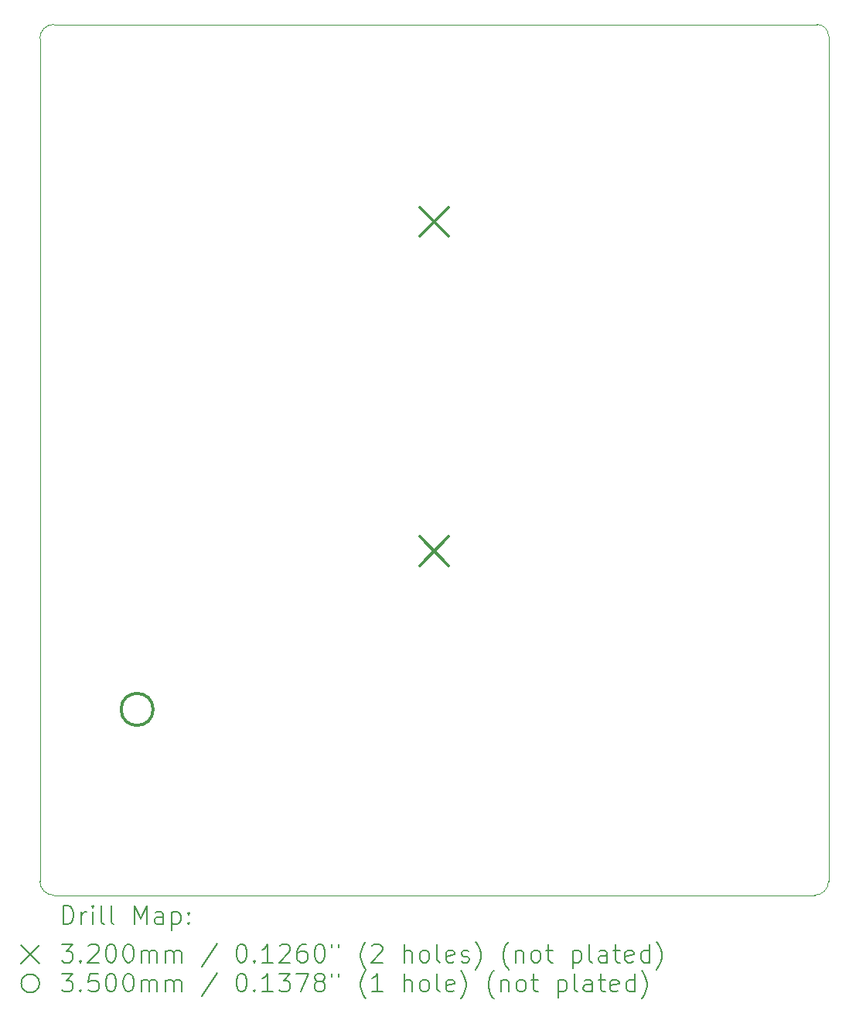
<source format=gbr>
%TF.GenerationSoftware,KiCad,Pcbnew,7.0.9-7.0.9~ubuntu20.04.1*%
%TF.CreationDate,2023-12-22T19:52:33+01:00*%
%TF.ProjectId,kicad-trans_pwr,6b696361-642d-4747-9261-6e735f707772,1.0*%
%TF.SameCoordinates,Original*%
%TF.FileFunction,Drillmap*%
%TF.FilePolarity,Positive*%
%FSLAX45Y45*%
G04 Gerber Fmt 4.5, Leading zero omitted, Abs format (unit mm)*
G04 Created by KiCad (PCBNEW 7.0.9-7.0.9~ubuntu20.04.1) date 2023-12-22 19:52:33*
%MOMM*%
%LPD*%
G01*
G04 APERTURE LIST*
%ADD10C,0.100000*%
%ADD11C,0.200000*%
%ADD12C,0.320000*%
%ADD13C,0.350000*%
G04 APERTURE END LIST*
D10*
X15748000Y-3048000D02*
X15748000Y-12293600D01*
X7264400Y-2921000D02*
X15621000Y-2921000D01*
X7112000Y-12293600D02*
X7112000Y-3073400D01*
X7264400Y-2921000D02*
G75*
G03*
X7112000Y-3073400I0J-152400D01*
G01*
X15595600Y-12446000D02*
G75*
G03*
X15748000Y-12293600I0J152400D01*
G01*
X15595600Y-12446000D02*
X7264400Y-12446000D01*
X15748000Y-3048000D02*
G75*
G03*
X15621000Y-2921000I-127000J0D01*
G01*
X7112000Y-12293600D02*
G75*
G03*
X7264400Y-12446000I152400J0D01*
G01*
D11*
D12*
X11270000Y-4920000D02*
X11590000Y-5240000D01*
X11590000Y-4920000D02*
X11270000Y-5240000D01*
X11270000Y-8520000D02*
X11590000Y-8840000D01*
X11590000Y-8520000D02*
X11270000Y-8840000D01*
D13*
X8351500Y-10414000D02*
G75*
G03*
X8351500Y-10414000I-175000J0D01*
G01*
D11*
X7367777Y-12762484D02*
X7367777Y-12562484D01*
X7367777Y-12562484D02*
X7415396Y-12562484D01*
X7415396Y-12562484D02*
X7443967Y-12572008D01*
X7443967Y-12572008D02*
X7463015Y-12591055D01*
X7463015Y-12591055D02*
X7472539Y-12610103D01*
X7472539Y-12610103D02*
X7482062Y-12648198D01*
X7482062Y-12648198D02*
X7482062Y-12676769D01*
X7482062Y-12676769D02*
X7472539Y-12714865D01*
X7472539Y-12714865D02*
X7463015Y-12733912D01*
X7463015Y-12733912D02*
X7443967Y-12752960D01*
X7443967Y-12752960D02*
X7415396Y-12762484D01*
X7415396Y-12762484D02*
X7367777Y-12762484D01*
X7567777Y-12762484D02*
X7567777Y-12629150D01*
X7567777Y-12667246D02*
X7577301Y-12648198D01*
X7577301Y-12648198D02*
X7586824Y-12638674D01*
X7586824Y-12638674D02*
X7605872Y-12629150D01*
X7605872Y-12629150D02*
X7624920Y-12629150D01*
X7691586Y-12762484D02*
X7691586Y-12629150D01*
X7691586Y-12562484D02*
X7682062Y-12572008D01*
X7682062Y-12572008D02*
X7691586Y-12581531D01*
X7691586Y-12581531D02*
X7701110Y-12572008D01*
X7701110Y-12572008D02*
X7691586Y-12562484D01*
X7691586Y-12562484D02*
X7691586Y-12581531D01*
X7815396Y-12762484D02*
X7796348Y-12752960D01*
X7796348Y-12752960D02*
X7786824Y-12733912D01*
X7786824Y-12733912D02*
X7786824Y-12562484D01*
X7920158Y-12762484D02*
X7901110Y-12752960D01*
X7901110Y-12752960D02*
X7891586Y-12733912D01*
X7891586Y-12733912D02*
X7891586Y-12562484D01*
X8148729Y-12762484D02*
X8148729Y-12562484D01*
X8148729Y-12562484D02*
X8215396Y-12705341D01*
X8215396Y-12705341D02*
X8282062Y-12562484D01*
X8282062Y-12562484D02*
X8282062Y-12762484D01*
X8463015Y-12762484D02*
X8463015Y-12657722D01*
X8463015Y-12657722D02*
X8453491Y-12638674D01*
X8453491Y-12638674D02*
X8434444Y-12629150D01*
X8434444Y-12629150D02*
X8396348Y-12629150D01*
X8396348Y-12629150D02*
X8377301Y-12638674D01*
X8463015Y-12752960D02*
X8443967Y-12762484D01*
X8443967Y-12762484D02*
X8396348Y-12762484D01*
X8396348Y-12762484D02*
X8377301Y-12752960D01*
X8377301Y-12752960D02*
X8367777Y-12733912D01*
X8367777Y-12733912D02*
X8367777Y-12714865D01*
X8367777Y-12714865D02*
X8377301Y-12695817D01*
X8377301Y-12695817D02*
X8396348Y-12686293D01*
X8396348Y-12686293D02*
X8443967Y-12686293D01*
X8443967Y-12686293D02*
X8463015Y-12676769D01*
X8558253Y-12629150D02*
X8558253Y-12829150D01*
X8558253Y-12638674D02*
X8577301Y-12629150D01*
X8577301Y-12629150D02*
X8615396Y-12629150D01*
X8615396Y-12629150D02*
X8634444Y-12638674D01*
X8634444Y-12638674D02*
X8643967Y-12648198D01*
X8643967Y-12648198D02*
X8653491Y-12667246D01*
X8653491Y-12667246D02*
X8653491Y-12724388D01*
X8653491Y-12724388D02*
X8643967Y-12743436D01*
X8643967Y-12743436D02*
X8634444Y-12752960D01*
X8634444Y-12752960D02*
X8615396Y-12762484D01*
X8615396Y-12762484D02*
X8577301Y-12762484D01*
X8577301Y-12762484D02*
X8558253Y-12752960D01*
X8739205Y-12743436D02*
X8748729Y-12752960D01*
X8748729Y-12752960D02*
X8739205Y-12762484D01*
X8739205Y-12762484D02*
X8729682Y-12752960D01*
X8729682Y-12752960D02*
X8739205Y-12743436D01*
X8739205Y-12743436D02*
X8739205Y-12762484D01*
X8739205Y-12638674D02*
X8748729Y-12648198D01*
X8748729Y-12648198D02*
X8739205Y-12657722D01*
X8739205Y-12657722D02*
X8729682Y-12648198D01*
X8729682Y-12648198D02*
X8739205Y-12638674D01*
X8739205Y-12638674D02*
X8739205Y-12657722D01*
X6907000Y-12991000D02*
X7107000Y-13191000D01*
X7107000Y-12991000D02*
X6907000Y-13191000D01*
X7348729Y-12982484D02*
X7472539Y-12982484D01*
X7472539Y-12982484D02*
X7405872Y-13058674D01*
X7405872Y-13058674D02*
X7434443Y-13058674D01*
X7434443Y-13058674D02*
X7453491Y-13068198D01*
X7453491Y-13068198D02*
X7463015Y-13077722D01*
X7463015Y-13077722D02*
X7472539Y-13096769D01*
X7472539Y-13096769D02*
X7472539Y-13144388D01*
X7472539Y-13144388D02*
X7463015Y-13163436D01*
X7463015Y-13163436D02*
X7453491Y-13172960D01*
X7453491Y-13172960D02*
X7434443Y-13182484D01*
X7434443Y-13182484D02*
X7377301Y-13182484D01*
X7377301Y-13182484D02*
X7358253Y-13172960D01*
X7358253Y-13172960D02*
X7348729Y-13163436D01*
X7558253Y-13163436D02*
X7567777Y-13172960D01*
X7567777Y-13172960D02*
X7558253Y-13182484D01*
X7558253Y-13182484D02*
X7548729Y-13172960D01*
X7548729Y-13172960D02*
X7558253Y-13163436D01*
X7558253Y-13163436D02*
X7558253Y-13182484D01*
X7643967Y-13001531D02*
X7653491Y-12992008D01*
X7653491Y-12992008D02*
X7672539Y-12982484D01*
X7672539Y-12982484D02*
X7720158Y-12982484D01*
X7720158Y-12982484D02*
X7739205Y-12992008D01*
X7739205Y-12992008D02*
X7748729Y-13001531D01*
X7748729Y-13001531D02*
X7758253Y-13020579D01*
X7758253Y-13020579D02*
X7758253Y-13039627D01*
X7758253Y-13039627D02*
X7748729Y-13068198D01*
X7748729Y-13068198D02*
X7634443Y-13182484D01*
X7634443Y-13182484D02*
X7758253Y-13182484D01*
X7882062Y-12982484D02*
X7901110Y-12982484D01*
X7901110Y-12982484D02*
X7920158Y-12992008D01*
X7920158Y-12992008D02*
X7929682Y-13001531D01*
X7929682Y-13001531D02*
X7939205Y-13020579D01*
X7939205Y-13020579D02*
X7948729Y-13058674D01*
X7948729Y-13058674D02*
X7948729Y-13106293D01*
X7948729Y-13106293D02*
X7939205Y-13144388D01*
X7939205Y-13144388D02*
X7929682Y-13163436D01*
X7929682Y-13163436D02*
X7920158Y-13172960D01*
X7920158Y-13172960D02*
X7901110Y-13182484D01*
X7901110Y-13182484D02*
X7882062Y-13182484D01*
X7882062Y-13182484D02*
X7863015Y-13172960D01*
X7863015Y-13172960D02*
X7853491Y-13163436D01*
X7853491Y-13163436D02*
X7843967Y-13144388D01*
X7843967Y-13144388D02*
X7834443Y-13106293D01*
X7834443Y-13106293D02*
X7834443Y-13058674D01*
X7834443Y-13058674D02*
X7843967Y-13020579D01*
X7843967Y-13020579D02*
X7853491Y-13001531D01*
X7853491Y-13001531D02*
X7863015Y-12992008D01*
X7863015Y-12992008D02*
X7882062Y-12982484D01*
X8072539Y-12982484D02*
X8091586Y-12982484D01*
X8091586Y-12982484D02*
X8110634Y-12992008D01*
X8110634Y-12992008D02*
X8120158Y-13001531D01*
X8120158Y-13001531D02*
X8129682Y-13020579D01*
X8129682Y-13020579D02*
X8139205Y-13058674D01*
X8139205Y-13058674D02*
X8139205Y-13106293D01*
X8139205Y-13106293D02*
X8129682Y-13144388D01*
X8129682Y-13144388D02*
X8120158Y-13163436D01*
X8120158Y-13163436D02*
X8110634Y-13172960D01*
X8110634Y-13172960D02*
X8091586Y-13182484D01*
X8091586Y-13182484D02*
X8072539Y-13182484D01*
X8072539Y-13182484D02*
X8053491Y-13172960D01*
X8053491Y-13172960D02*
X8043967Y-13163436D01*
X8043967Y-13163436D02*
X8034443Y-13144388D01*
X8034443Y-13144388D02*
X8024920Y-13106293D01*
X8024920Y-13106293D02*
X8024920Y-13058674D01*
X8024920Y-13058674D02*
X8034443Y-13020579D01*
X8034443Y-13020579D02*
X8043967Y-13001531D01*
X8043967Y-13001531D02*
X8053491Y-12992008D01*
X8053491Y-12992008D02*
X8072539Y-12982484D01*
X8224920Y-13182484D02*
X8224920Y-13049150D01*
X8224920Y-13068198D02*
X8234443Y-13058674D01*
X8234443Y-13058674D02*
X8253491Y-13049150D01*
X8253491Y-13049150D02*
X8282063Y-13049150D01*
X8282063Y-13049150D02*
X8301110Y-13058674D01*
X8301110Y-13058674D02*
X8310634Y-13077722D01*
X8310634Y-13077722D02*
X8310634Y-13182484D01*
X8310634Y-13077722D02*
X8320158Y-13058674D01*
X8320158Y-13058674D02*
X8339205Y-13049150D01*
X8339205Y-13049150D02*
X8367777Y-13049150D01*
X8367777Y-13049150D02*
X8386824Y-13058674D01*
X8386824Y-13058674D02*
X8396348Y-13077722D01*
X8396348Y-13077722D02*
X8396348Y-13182484D01*
X8491586Y-13182484D02*
X8491586Y-13049150D01*
X8491586Y-13068198D02*
X8501110Y-13058674D01*
X8501110Y-13058674D02*
X8520158Y-13049150D01*
X8520158Y-13049150D02*
X8548729Y-13049150D01*
X8548729Y-13049150D02*
X8567777Y-13058674D01*
X8567777Y-13058674D02*
X8577301Y-13077722D01*
X8577301Y-13077722D02*
X8577301Y-13182484D01*
X8577301Y-13077722D02*
X8586825Y-13058674D01*
X8586825Y-13058674D02*
X8605872Y-13049150D01*
X8605872Y-13049150D02*
X8634444Y-13049150D01*
X8634444Y-13049150D02*
X8653491Y-13058674D01*
X8653491Y-13058674D02*
X8663015Y-13077722D01*
X8663015Y-13077722D02*
X8663015Y-13182484D01*
X9053491Y-12972960D02*
X8882063Y-13230103D01*
X9310634Y-12982484D02*
X9329682Y-12982484D01*
X9329682Y-12982484D02*
X9348729Y-12992008D01*
X9348729Y-12992008D02*
X9358253Y-13001531D01*
X9358253Y-13001531D02*
X9367777Y-13020579D01*
X9367777Y-13020579D02*
X9377301Y-13058674D01*
X9377301Y-13058674D02*
X9377301Y-13106293D01*
X9377301Y-13106293D02*
X9367777Y-13144388D01*
X9367777Y-13144388D02*
X9358253Y-13163436D01*
X9358253Y-13163436D02*
X9348729Y-13172960D01*
X9348729Y-13172960D02*
X9329682Y-13182484D01*
X9329682Y-13182484D02*
X9310634Y-13182484D01*
X9310634Y-13182484D02*
X9291587Y-13172960D01*
X9291587Y-13172960D02*
X9282063Y-13163436D01*
X9282063Y-13163436D02*
X9272539Y-13144388D01*
X9272539Y-13144388D02*
X9263015Y-13106293D01*
X9263015Y-13106293D02*
X9263015Y-13058674D01*
X9263015Y-13058674D02*
X9272539Y-13020579D01*
X9272539Y-13020579D02*
X9282063Y-13001531D01*
X9282063Y-13001531D02*
X9291587Y-12992008D01*
X9291587Y-12992008D02*
X9310634Y-12982484D01*
X9463015Y-13163436D02*
X9472539Y-13172960D01*
X9472539Y-13172960D02*
X9463015Y-13182484D01*
X9463015Y-13182484D02*
X9453491Y-13172960D01*
X9453491Y-13172960D02*
X9463015Y-13163436D01*
X9463015Y-13163436D02*
X9463015Y-13182484D01*
X9663015Y-13182484D02*
X9548729Y-13182484D01*
X9605872Y-13182484D02*
X9605872Y-12982484D01*
X9605872Y-12982484D02*
X9586825Y-13011055D01*
X9586825Y-13011055D02*
X9567777Y-13030103D01*
X9567777Y-13030103D02*
X9548729Y-13039627D01*
X9739206Y-13001531D02*
X9748729Y-12992008D01*
X9748729Y-12992008D02*
X9767777Y-12982484D01*
X9767777Y-12982484D02*
X9815396Y-12982484D01*
X9815396Y-12982484D02*
X9834444Y-12992008D01*
X9834444Y-12992008D02*
X9843968Y-13001531D01*
X9843968Y-13001531D02*
X9853491Y-13020579D01*
X9853491Y-13020579D02*
X9853491Y-13039627D01*
X9853491Y-13039627D02*
X9843968Y-13068198D01*
X9843968Y-13068198D02*
X9729682Y-13182484D01*
X9729682Y-13182484D02*
X9853491Y-13182484D01*
X10024920Y-12982484D02*
X9986825Y-12982484D01*
X9986825Y-12982484D02*
X9967777Y-12992008D01*
X9967777Y-12992008D02*
X9958253Y-13001531D01*
X9958253Y-13001531D02*
X9939206Y-13030103D01*
X9939206Y-13030103D02*
X9929682Y-13068198D01*
X9929682Y-13068198D02*
X9929682Y-13144388D01*
X9929682Y-13144388D02*
X9939206Y-13163436D01*
X9939206Y-13163436D02*
X9948729Y-13172960D01*
X9948729Y-13172960D02*
X9967777Y-13182484D01*
X9967777Y-13182484D02*
X10005872Y-13182484D01*
X10005872Y-13182484D02*
X10024920Y-13172960D01*
X10024920Y-13172960D02*
X10034444Y-13163436D01*
X10034444Y-13163436D02*
X10043968Y-13144388D01*
X10043968Y-13144388D02*
X10043968Y-13096769D01*
X10043968Y-13096769D02*
X10034444Y-13077722D01*
X10034444Y-13077722D02*
X10024920Y-13068198D01*
X10024920Y-13068198D02*
X10005872Y-13058674D01*
X10005872Y-13058674D02*
X9967777Y-13058674D01*
X9967777Y-13058674D02*
X9948729Y-13068198D01*
X9948729Y-13068198D02*
X9939206Y-13077722D01*
X9939206Y-13077722D02*
X9929682Y-13096769D01*
X10167777Y-12982484D02*
X10186825Y-12982484D01*
X10186825Y-12982484D02*
X10205872Y-12992008D01*
X10205872Y-12992008D02*
X10215396Y-13001531D01*
X10215396Y-13001531D02*
X10224920Y-13020579D01*
X10224920Y-13020579D02*
X10234444Y-13058674D01*
X10234444Y-13058674D02*
X10234444Y-13106293D01*
X10234444Y-13106293D02*
X10224920Y-13144388D01*
X10224920Y-13144388D02*
X10215396Y-13163436D01*
X10215396Y-13163436D02*
X10205872Y-13172960D01*
X10205872Y-13172960D02*
X10186825Y-13182484D01*
X10186825Y-13182484D02*
X10167777Y-13182484D01*
X10167777Y-13182484D02*
X10148729Y-13172960D01*
X10148729Y-13172960D02*
X10139206Y-13163436D01*
X10139206Y-13163436D02*
X10129682Y-13144388D01*
X10129682Y-13144388D02*
X10120158Y-13106293D01*
X10120158Y-13106293D02*
X10120158Y-13058674D01*
X10120158Y-13058674D02*
X10129682Y-13020579D01*
X10129682Y-13020579D02*
X10139206Y-13001531D01*
X10139206Y-13001531D02*
X10148729Y-12992008D01*
X10148729Y-12992008D02*
X10167777Y-12982484D01*
X10310634Y-12982484D02*
X10310634Y-13020579D01*
X10386825Y-12982484D02*
X10386825Y-13020579D01*
X10682063Y-13258674D02*
X10672539Y-13249150D01*
X10672539Y-13249150D02*
X10653491Y-13220579D01*
X10653491Y-13220579D02*
X10643968Y-13201531D01*
X10643968Y-13201531D02*
X10634444Y-13172960D01*
X10634444Y-13172960D02*
X10624920Y-13125341D01*
X10624920Y-13125341D02*
X10624920Y-13087246D01*
X10624920Y-13087246D02*
X10634444Y-13039627D01*
X10634444Y-13039627D02*
X10643968Y-13011055D01*
X10643968Y-13011055D02*
X10653491Y-12992008D01*
X10653491Y-12992008D02*
X10672539Y-12963436D01*
X10672539Y-12963436D02*
X10682063Y-12953912D01*
X10748730Y-13001531D02*
X10758253Y-12992008D01*
X10758253Y-12992008D02*
X10777301Y-12982484D01*
X10777301Y-12982484D02*
X10824920Y-12982484D01*
X10824920Y-12982484D02*
X10843968Y-12992008D01*
X10843968Y-12992008D02*
X10853491Y-13001531D01*
X10853491Y-13001531D02*
X10863015Y-13020579D01*
X10863015Y-13020579D02*
X10863015Y-13039627D01*
X10863015Y-13039627D02*
X10853491Y-13068198D01*
X10853491Y-13068198D02*
X10739206Y-13182484D01*
X10739206Y-13182484D02*
X10863015Y-13182484D01*
X11101111Y-13182484D02*
X11101111Y-12982484D01*
X11186825Y-13182484D02*
X11186825Y-13077722D01*
X11186825Y-13077722D02*
X11177301Y-13058674D01*
X11177301Y-13058674D02*
X11158253Y-13049150D01*
X11158253Y-13049150D02*
X11129682Y-13049150D01*
X11129682Y-13049150D02*
X11110634Y-13058674D01*
X11110634Y-13058674D02*
X11101111Y-13068198D01*
X11310634Y-13182484D02*
X11291587Y-13172960D01*
X11291587Y-13172960D02*
X11282063Y-13163436D01*
X11282063Y-13163436D02*
X11272539Y-13144388D01*
X11272539Y-13144388D02*
X11272539Y-13087246D01*
X11272539Y-13087246D02*
X11282063Y-13068198D01*
X11282063Y-13068198D02*
X11291587Y-13058674D01*
X11291587Y-13058674D02*
X11310634Y-13049150D01*
X11310634Y-13049150D02*
X11339206Y-13049150D01*
X11339206Y-13049150D02*
X11358253Y-13058674D01*
X11358253Y-13058674D02*
X11367777Y-13068198D01*
X11367777Y-13068198D02*
X11377301Y-13087246D01*
X11377301Y-13087246D02*
X11377301Y-13144388D01*
X11377301Y-13144388D02*
X11367777Y-13163436D01*
X11367777Y-13163436D02*
X11358253Y-13172960D01*
X11358253Y-13172960D02*
X11339206Y-13182484D01*
X11339206Y-13182484D02*
X11310634Y-13182484D01*
X11491587Y-13182484D02*
X11472539Y-13172960D01*
X11472539Y-13172960D02*
X11463015Y-13153912D01*
X11463015Y-13153912D02*
X11463015Y-12982484D01*
X11643968Y-13172960D02*
X11624920Y-13182484D01*
X11624920Y-13182484D02*
X11586825Y-13182484D01*
X11586825Y-13182484D02*
X11567777Y-13172960D01*
X11567777Y-13172960D02*
X11558253Y-13153912D01*
X11558253Y-13153912D02*
X11558253Y-13077722D01*
X11558253Y-13077722D02*
X11567777Y-13058674D01*
X11567777Y-13058674D02*
X11586825Y-13049150D01*
X11586825Y-13049150D02*
X11624920Y-13049150D01*
X11624920Y-13049150D02*
X11643968Y-13058674D01*
X11643968Y-13058674D02*
X11653491Y-13077722D01*
X11653491Y-13077722D02*
X11653491Y-13096769D01*
X11653491Y-13096769D02*
X11558253Y-13115817D01*
X11729682Y-13172960D02*
X11748730Y-13182484D01*
X11748730Y-13182484D02*
X11786825Y-13182484D01*
X11786825Y-13182484D02*
X11805872Y-13172960D01*
X11805872Y-13172960D02*
X11815396Y-13153912D01*
X11815396Y-13153912D02*
X11815396Y-13144388D01*
X11815396Y-13144388D02*
X11805872Y-13125341D01*
X11805872Y-13125341D02*
X11786825Y-13115817D01*
X11786825Y-13115817D02*
X11758253Y-13115817D01*
X11758253Y-13115817D02*
X11739206Y-13106293D01*
X11739206Y-13106293D02*
X11729682Y-13087246D01*
X11729682Y-13087246D02*
X11729682Y-13077722D01*
X11729682Y-13077722D02*
X11739206Y-13058674D01*
X11739206Y-13058674D02*
X11758253Y-13049150D01*
X11758253Y-13049150D02*
X11786825Y-13049150D01*
X11786825Y-13049150D02*
X11805872Y-13058674D01*
X11882063Y-13258674D02*
X11891587Y-13249150D01*
X11891587Y-13249150D02*
X11910634Y-13220579D01*
X11910634Y-13220579D02*
X11920158Y-13201531D01*
X11920158Y-13201531D02*
X11929682Y-13172960D01*
X11929682Y-13172960D02*
X11939206Y-13125341D01*
X11939206Y-13125341D02*
X11939206Y-13087246D01*
X11939206Y-13087246D02*
X11929682Y-13039627D01*
X11929682Y-13039627D02*
X11920158Y-13011055D01*
X11920158Y-13011055D02*
X11910634Y-12992008D01*
X11910634Y-12992008D02*
X11891587Y-12963436D01*
X11891587Y-12963436D02*
X11882063Y-12953912D01*
X12243968Y-13258674D02*
X12234444Y-13249150D01*
X12234444Y-13249150D02*
X12215396Y-13220579D01*
X12215396Y-13220579D02*
X12205872Y-13201531D01*
X12205872Y-13201531D02*
X12196349Y-13172960D01*
X12196349Y-13172960D02*
X12186825Y-13125341D01*
X12186825Y-13125341D02*
X12186825Y-13087246D01*
X12186825Y-13087246D02*
X12196349Y-13039627D01*
X12196349Y-13039627D02*
X12205872Y-13011055D01*
X12205872Y-13011055D02*
X12215396Y-12992008D01*
X12215396Y-12992008D02*
X12234444Y-12963436D01*
X12234444Y-12963436D02*
X12243968Y-12953912D01*
X12320158Y-13049150D02*
X12320158Y-13182484D01*
X12320158Y-13068198D02*
X12329682Y-13058674D01*
X12329682Y-13058674D02*
X12348730Y-13049150D01*
X12348730Y-13049150D02*
X12377301Y-13049150D01*
X12377301Y-13049150D02*
X12396349Y-13058674D01*
X12396349Y-13058674D02*
X12405872Y-13077722D01*
X12405872Y-13077722D02*
X12405872Y-13182484D01*
X12529682Y-13182484D02*
X12510634Y-13172960D01*
X12510634Y-13172960D02*
X12501111Y-13163436D01*
X12501111Y-13163436D02*
X12491587Y-13144388D01*
X12491587Y-13144388D02*
X12491587Y-13087246D01*
X12491587Y-13087246D02*
X12501111Y-13068198D01*
X12501111Y-13068198D02*
X12510634Y-13058674D01*
X12510634Y-13058674D02*
X12529682Y-13049150D01*
X12529682Y-13049150D02*
X12558253Y-13049150D01*
X12558253Y-13049150D02*
X12577301Y-13058674D01*
X12577301Y-13058674D02*
X12586825Y-13068198D01*
X12586825Y-13068198D02*
X12596349Y-13087246D01*
X12596349Y-13087246D02*
X12596349Y-13144388D01*
X12596349Y-13144388D02*
X12586825Y-13163436D01*
X12586825Y-13163436D02*
X12577301Y-13172960D01*
X12577301Y-13172960D02*
X12558253Y-13182484D01*
X12558253Y-13182484D02*
X12529682Y-13182484D01*
X12653492Y-13049150D02*
X12729682Y-13049150D01*
X12682063Y-12982484D02*
X12682063Y-13153912D01*
X12682063Y-13153912D02*
X12691587Y-13172960D01*
X12691587Y-13172960D02*
X12710634Y-13182484D01*
X12710634Y-13182484D02*
X12729682Y-13182484D01*
X12948730Y-13049150D02*
X12948730Y-13249150D01*
X12948730Y-13058674D02*
X12967777Y-13049150D01*
X12967777Y-13049150D02*
X13005873Y-13049150D01*
X13005873Y-13049150D02*
X13024920Y-13058674D01*
X13024920Y-13058674D02*
X13034444Y-13068198D01*
X13034444Y-13068198D02*
X13043968Y-13087246D01*
X13043968Y-13087246D02*
X13043968Y-13144388D01*
X13043968Y-13144388D02*
X13034444Y-13163436D01*
X13034444Y-13163436D02*
X13024920Y-13172960D01*
X13024920Y-13172960D02*
X13005873Y-13182484D01*
X13005873Y-13182484D02*
X12967777Y-13182484D01*
X12967777Y-13182484D02*
X12948730Y-13172960D01*
X13158253Y-13182484D02*
X13139206Y-13172960D01*
X13139206Y-13172960D02*
X13129682Y-13153912D01*
X13129682Y-13153912D02*
X13129682Y-12982484D01*
X13320158Y-13182484D02*
X13320158Y-13077722D01*
X13320158Y-13077722D02*
X13310634Y-13058674D01*
X13310634Y-13058674D02*
X13291587Y-13049150D01*
X13291587Y-13049150D02*
X13253492Y-13049150D01*
X13253492Y-13049150D02*
X13234444Y-13058674D01*
X13320158Y-13172960D02*
X13301111Y-13182484D01*
X13301111Y-13182484D02*
X13253492Y-13182484D01*
X13253492Y-13182484D02*
X13234444Y-13172960D01*
X13234444Y-13172960D02*
X13224920Y-13153912D01*
X13224920Y-13153912D02*
X13224920Y-13134865D01*
X13224920Y-13134865D02*
X13234444Y-13115817D01*
X13234444Y-13115817D02*
X13253492Y-13106293D01*
X13253492Y-13106293D02*
X13301111Y-13106293D01*
X13301111Y-13106293D02*
X13320158Y-13096769D01*
X13386825Y-13049150D02*
X13463015Y-13049150D01*
X13415396Y-12982484D02*
X13415396Y-13153912D01*
X13415396Y-13153912D02*
X13424920Y-13172960D01*
X13424920Y-13172960D02*
X13443968Y-13182484D01*
X13443968Y-13182484D02*
X13463015Y-13182484D01*
X13605873Y-13172960D02*
X13586825Y-13182484D01*
X13586825Y-13182484D02*
X13548730Y-13182484D01*
X13548730Y-13182484D02*
X13529682Y-13172960D01*
X13529682Y-13172960D02*
X13520158Y-13153912D01*
X13520158Y-13153912D02*
X13520158Y-13077722D01*
X13520158Y-13077722D02*
X13529682Y-13058674D01*
X13529682Y-13058674D02*
X13548730Y-13049150D01*
X13548730Y-13049150D02*
X13586825Y-13049150D01*
X13586825Y-13049150D02*
X13605873Y-13058674D01*
X13605873Y-13058674D02*
X13615396Y-13077722D01*
X13615396Y-13077722D02*
X13615396Y-13096769D01*
X13615396Y-13096769D02*
X13520158Y-13115817D01*
X13786825Y-13182484D02*
X13786825Y-12982484D01*
X13786825Y-13172960D02*
X13767777Y-13182484D01*
X13767777Y-13182484D02*
X13729682Y-13182484D01*
X13729682Y-13182484D02*
X13710634Y-13172960D01*
X13710634Y-13172960D02*
X13701111Y-13163436D01*
X13701111Y-13163436D02*
X13691587Y-13144388D01*
X13691587Y-13144388D02*
X13691587Y-13087246D01*
X13691587Y-13087246D02*
X13701111Y-13068198D01*
X13701111Y-13068198D02*
X13710634Y-13058674D01*
X13710634Y-13058674D02*
X13729682Y-13049150D01*
X13729682Y-13049150D02*
X13767777Y-13049150D01*
X13767777Y-13049150D02*
X13786825Y-13058674D01*
X13863015Y-13258674D02*
X13872539Y-13249150D01*
X13872539Y-13249150D02*
X13891587Y-13220579D01*
X13891587Y-13220579D02*
X13901111Y-13201531D01*
X13901111Y-13201531D02*
X13910634Y-13172960D01*
X13910634Y-13172960D02*
X13920158Y-13125341D01*
X13920158Y-13125341D02*
X13920158Y-13087246D01*
X13920158Y-13087246D02*
X13910634Y-13039627D01*
X13910634Y-13039627D02*
X13901111Y-13011055D01*
X13901111Y-13011055D02*
X13891587Y-12992008D01*
X13891587Y-12992008D02*
X13872539Y-12963436D01*
X13872539Y-12963436D02*
X13863015Y-12953912D01*
X7107000Y-13411000D02*
G75*
G03*
X7107000Y-13411000I-100000J0D01*
G01*
X7348729Y-13302484D02*
X7472539Y-13302484D01*
X7472539Y-13302484D02*
X7405872Y-13378674D01*
X7405872Y-13378674D02*
X7434443Y-13378674D01*
X7434443Y-13378674D02*
X7453491Y-13388198D01*
X7453491Y-13388198D02*
X7463015Y-13397722D01*
X7463015Y-13397722D02*
X7472539Y-13416769D01*
X7472539Y-13416769D02*
X7472539Y-13464388D01*
X7472539Y-13464388D02*
X7463015Y-13483436D01*
X7463015Y-13483436D02*
X7453491Y-13492960D01*
X7453491Y-13492960D02*
X7434443Y-13502484D01*
X7434443Y-13502484D02*
X7377301Y-13502484D01*
X7377301Y-13502484D02*
X7358253Y-13492960D01*
X7358253Y-13492960D02*
X7348729Y-13483436D01*
X7558253Y-13483436D02*
X7567777Y-13492960D01*
X7567777Y-13492960D02*
X7558253Y-13502484D01*
X7558253Y-13502484D02*
X7548729Y-13492960D01*
X7548729Y-13492960D02*
X7558253Y-13483436D01*
X7558253Y-13483436D02*
X7558253Y-13502484D01*
X7748729Y-13302484D02*
X7653491Y-13302484D01*
X7653491Y-13302484D02*
X7643967Y-13397722D01*
X7643967Y-13397722D02*
X7653491Y-13388198D01*
X7653491Y-13388198D02*
X7672539Y-13378674D01*
X7672539Y-13378674D02*
X7720158Y-13378674D01*
X7720158Y-13378674D02*
X7739205Y-13388198D01*
X7739205Y-13388198D02*
X7748729Y-13397722D01*
X7748729Y-13397722D02*
X7758253Y-13416769D01*
X7758253Y-13416769D02*
X7758253Y-13464388D01*
X7758253Y-13464388D02*
X7748729Y-13483436D01*
X7748729Y-13483436D02*
X7739205Y-13492960D01*
X7739205Y-13492960D02*
X7720158Y-13502484D01*
X7720158Y-13502484D02*
X7672539Y-13502484D01*
X7672539Y-13502484D02*
X7653491Y-13492960D01*
X7653491Y-13492960D02*
X7643967Y-13483436D01*
X7882062Y-13302484D02*
X7901110Y-13302484D01*
X7901110Y-13302484D02*
X7920158Y-13312008D01*
X7920158Y-13312008D02*
X7929682Y-13321531D01*
X7929682Y-13321531D02*
X7939205Y-13340579D01*
X7939205Y-13340579D02*
X7948729Y-13378674D01*
X7948729Y-13378674D02*
X7948729Y-13426293D01*
X7948729Y-13426293D02*
X7939205Y-13464388D01*
X7939205Y-13464388D02*
X7929682Y-13483436D01*
X7929682Y-13483436D02*
X7920158Y-13492960D01*
X7920158Y-13492960D02*
X7901110Y-13502484D01*
X7901110Y-13502484D02*
X7882062Y-13502484D01*
X7882062Y-13502484D02*
X7863015Y-13492960D01*
X7863015Y-13492960D02*
X7853491Y-13483436D01*
X7853491Y-13483436D02*
X7843967Y-13464388D01*
X7843967Y-13464388D02*
X7834443Y-13426293D01*
X7834443Y-13426293D02*
X7834443Y-13378674D01*
X7834443Y-13378674D02*
X7843967Y-13340579D01*
X7843967Y-13340579D02*
X7853491Y-13321531D01*
X7853491Y-13321531D02*
X7863015Y-13312008D01*
X7863015Y-13312008D02*
X7882062Y-13302484D01*
X8072539Y-13302484D02*
X8091586Y-13302484D01*
X8091586Y-13302484D02*
X8110634Y-13312008D01*
X8110634Y-13312008D02*
X8120158Y-13321531D01*
X8120158Y-13321531D02*
X8129682Y-13340579D01*
X8129682Y-13340579D02*
X8139205Y-13378674D01*
X8139205Y-13378674D02*
X8139205Y-13426293D01*
X8139205Y-13426293D02*
X8129682Y-13464388D01*
X8129682Y-13464388D02*
X8120158Y-13483436D01*
X8120158Y-13483436D02*
X8110634Y-13492960D01*
X8110634Y-13492960D02*
X8091586Y-13502484D01*
X8091586Y-13502484D02*
X8072539Y-13502484D01*
X8072539Y-13502484D02*
X8053491Y-13492960D01*
X8053491Y-13492960D02*
X8043967Y-13483436D01*
X8043967Y-13483436D02*
X8034443Y-13464388D01*
X8034443Y-13464388D02*
X8024920Y-13426293D01*
X8024920Y-13426293D02*
X8024920Y-13378674D01*
X8024920Y-13378674D02*
X8034443Y-13340579D01*
X8034443Y-13340579D02*
X8043967Y-13321531D01*
X8043967Y-13321531D02*
X8053491Y-13312008D01*
X8053491Y-13312008D02*
X8072539Y-13302484D01*
X8224920Y-13502484D02*
X8224920Y-13369150D01*
X8224920Y-13388198D02*
X8234443Y-13378674D01*
X8234443Y-13378674D02*
X8253491Y-13369150D01*
X8253491Y-13369150D02*
X8282063Y-13369150D01*
X8282063Y-13369150D02*
X8301110Y-13378674D01*
X8301110Y-13378674D02*
X8310634Y-13397722D01*
X8310634Y-13397722D02*
X8310634Y-13502484D01*
X8310634Y-13397722D02*
X8320158Y-13378674D01*
X8320158Y-13378674D02*
X8339205Y-13369150D01*
X8339205Y-13369150D02*
X8367777Y-13369150D01*
X8367777Y-13369150D02*
X8386824Y-13378674D01*
X8386824Y-13378674D02*
X8396348Y-13397722D01*
X8396348Y-13397722D02*
X8396348Y-13502484D01*
X8491586Y-13502484D02*
X8491586Y-13369150D01*
X8491586Y-13388198D02*
X8501110Y-13378674D01*
X8501110Y-13378674D02*
X8520158Y-13369150D01*
X8520158Y-13369150D02*
X8548729Y-13369150D01*
X8548729Y-13369150D02*
X8567777Y-13378674D01*
X8567777Y-13378674D02*
X8577301Y-13397722D01*
X8577301Y-13397722D02*
X8577301Y-13502484D01*
X8577301Y-13397722D02*
X8586825Y-13378674D01*
X8586825Y-13378674D02*
X8605872Y-13369150D01*
X8605872Y-13369150D02*
X8634444Y-13369150D01*
X8634444Y-13369150D02*
X8653491Y-13378674D01*
X8653491Y-13378674D02*
X8663015Y-13397722D01*
X8663015Y-13397722D02*
X8663015Y-13502484D01*
X9053491Y-13292960D02*
X8882063Y-13550103D01*
X9310634Y-13302484D02*
X9329682Y-13302484D01*
X9329682Y-13302484D02*
X9348729Y-13312008D01*
X9348729Y-13312008D02*
X9358253Y-13321531D01*
X9358253Y-13321531D02*
X9367777Y-13340579D01*
X9367777Y-13340579D02*
X9377301Y-13378674D01*
X9377301Y-13378674D02*
X9377301Y-13426293D01*
X9377301Y-13426293D02*
X9367777Y-13464388D01*
X9367777Y-13464388D02*
X9358253Y-13483436D01*
X9358253Y-13483436D02*
X9348729Y-13492960D01*
X9348729Y-13492960D02*
X9329682Y-13502484D01*
X9329682Y-13502484D02*
X9310634Y-13502484D01*
X9310634Y-13502484D02*
X9291587Y-13492960D01*
X9291587Y-13492960D02*
X9282063Y-13483436D01*
X9282063Y-13483436D02*
X9272539Y-13464388D01*
X9272539Y-13464388D02*
X9263015Y-13426293D01*
X9263015Y-13426293D02*
X9263015Y-13378674D01*
X9263015Y-13378674D02*
X9272539Y-13340579D01*
X9272539Y-13340579D02*
X9282063Y-13321531D01*
X9282063Y-13321531D02*
X9291587Y-13312008D01*
X9291587Y-13312008D02*
X9310634Y-13302484D01*
X9463015Y-13483436D02*
X9472539Y-13492960D01*
X9472539Y-13492960D02*
X9463015Y-13502484D01*
X9463015Y-13502484D02*
X9453491Y-13492960D01*
X9453491Y-13492960D02*
X9463015Y-13483436D01*
X9463015Y-13483436D02*
X9463015Y-13502484D01*
X9663015Y-13502484D02*
X9548729Y-13502484D01*
X9605872Y-13502484D02*
X9605872Y-13302484D01*
X9605872Y-13302484D02*
X9586825Y-13331055D01*
X9586825Y-13331055D02*
X9567777Y-13350103D01*
X9567777Y-13350103D02*
X9548729Y-13359627D01*
X9729682Y-13302484D02*
X9853491Y-13302484D01*
X9853491Y-13302484D02*
X9786825Y-13378674D01*
X9786825Y-13378674D02*
X9815396Y-13378674D01*
X9815396Y-13378674D02*
X9834444Y-13388198D01*
X9834444Y-13388198D02*
X9843968Y-13397722D01*
X9843968Y-13397722D02*
X9853491Y-13416769D01*
X9853491Y-13416769D02*
X9853491Y-13464388D01*
X9853491Y-13464388D02*
X9843968Y-13483436D01*
X9843968Y-13483436D02*
X9834444Y-13492960D01*
X9834444Y-13492960D02*
X9815396Y-13502484D01*
X9815396Y-13502484D02*
X9758253Y-13502484D01*
X9758253Y-13502484D02*
X9739206Y-13492960D01*
X9739206Y-13492960D02*
X9729682Y-13483436D01*
X9920158Y-13302484D02*
X10053491Y-13302484D01*
X10053491Y-13302484D02*
X9967777Y-13502484D01*
X10158253Y-13388198D02*
X10139206Y-13378674D01*
X10139206Y-13378674D02*
X10129682Y-13369150D01*
X10129682Y-13369150D02*
X10120158Y-13350103D01*
X10120158Y-13350103D02*
X10120158Y-13340579D01*
X10120158Y-13340579D02*
X10129682Y-13321531D01*
X10129682Y-13321531D02*
X10139206Y-13312008D01*
X10139206Y-13312008D02*
X10158253Y-13302484D01*
X10158253Y-13302484D02*
X10196349Y-13302484D01*
X10196349Y-13302484D02*
X10215396Y-13312008D01*
X10215396Y-13312008D02*
X10224920Y-13321531D01*
X10224920Y-13321531D02*
X10234444Y-13340579D01*
X10234444Y-13340579D02*
X10234444Y-13350103D01*
X10234444Y-13350103D02*
X10224920Y-13369150D01*
X10224920Y-13369150D02*
X10215396Y-13378674D01*
X10215396Y-13378674D02*
X10196349Y-13388198D01*
X10196349Y-13388198D02*
X10158253Y-13388198D01*
X10158253Y-13388198D02*
X10139206Y-13397722D01*
X10139206Y-13397722D02*
X10129682Y-13407246D01*
X10129682Y-13407246D02*
X10120158Y-13426293D01*
X10120158Y-13426293D02*
X10120158Y-13464388D01*
X10120158Y-13464388D02*
X10129682Y-13483436D01*
X10129682Y-13483436D02*
X10139206Y-13492960D01*
X10139206Y-13492960D02*
X10158253Y-13502484D01*
X10158253Y-13502484D02*
X10196349Y-13502484D01*
X10196349Y-13502484D02*
X10215396Y-13492960D01*
X10215396Y-13492960D02*
X10224920Y-13483436D01*
X10224920Y-13483436D02*
X10234444Y-13464388D01*
X10234444Y-13464388D02*
X10234444Y-13426293D01*
X10234444Y-13426293D02*
X10224920Y-13407246D01*
X10224920Y-13407246D02*
X10215396Y-13397722D01*
X10215396Y-13397722D02*
X10196349Y-13388198D01*
X10310634Y-13302484D02*
X10310634Y-13340579D01*
X10386825Y-13302484D02*
X10386825Y-13340579D01*
X10682063Y-13578674D02*
X10672539Y-13569150D01*
X10672539Y-13569150D02*
X10653491Y-13540579D01*
X10653491Y-13540579D02*
X10643968Y-13521531D01*
X10643968Y-13521531D02*
X10634444Y-13492960D01*
X10634444Y-13492960D02*
X10624920Y-13445341D01*
X10624920Y-13445341D02*
X10624920Y-13407246D01*
X10624920Y-13407246D02*
X10634444Y-13359627D01*
X10634444Y-13359627D02*
X10643968Y-13331055D01*
X10643968Y-13331055D02*
X10653491Y-13312008D01*
X10653491Y-13312008D02*
X10672539Y-13283436D01*
X10672539Y-13283436D02*
X10682063Y-13273912D01*
X10863015Y-13502484D02*
X10748730Y-13502484D01*
X10805872Y-13502484D02*
X10805872Y-13302484D01*
X10805872Y-13302484D02*
X10786825Y-13331055D01*
X10786825Y-13331055D02*
X10767777Y-13350103D01*
X10767777Y-13350103D02*
X10748730Y-13359627D01*
X11101111Y-13502484D02*
X11101111Y-13302484D01*
X11186825Y-13502484D02*
X11186825Y-13397722D01*
X11186825Y-13397722D02*
X11177301Y-13378674D01*
X11177301Y-13378674D02*
X11158253Y-13369150D01*
X11158253Y-13369150D02*
X11129682Y-13369150D01*
X11129682Y-13369150D02*
X11110634Y-13378674D01*
X11110634Y-13378674D02*
X11101111Y-13388198D01*
X11310634Y-13502484D02*
X11291587Y-13492960D01*
X11291587Y-13492960D02*
X11282063Y-13483436D01*
X11282063Y-13483436D02*
X11272539Y-13464388D01*
X11272539Y-13464388D02*
X11272539Y-13407246D01*
X11272539Y-13407246D02*
X11282063Y-13388198D01*
X11282063Y-13388198D02*
X11291587Y-13378674D01*
X11291587Y-13378674D02*
X11310634Y-13369150D01*
X11310634Y-13369150D02*
X11339206Y-13369150D01*
X11339206Y-13369150D02*
X11358253Y-13378674D01*
X11358253Y-13378674D02*
X11367777Y-13388198D01*
X11367777Y-13388198D02*
X11377301Y-13407246D01*
X11377301Y-13407246D02*
X11377301Y-13464388D01*
X11377301Y-13464388D02*
X11367777Y-13483436D01*
X11367777Y-13483436D02*
X11358253Y-13492960D01*
X11358253Y-13492960D02*
X11339206Y-13502484D01*
X11339206Y-13502484D02*
X11310634Y-13502484D01*
X11491587Y-13502484D02*
X11472539Y-13492960D01*
X11472539Y-13492960D02*
X11463015Y-13473912D01*
X11463015Y-13473912D02*
X11463015Y-13302484D01*
X11643968Y-13492960D02*
X11624920Y-13502484D01*
X11624920Y-13502484D02*
X11586825Y-13502484D01*
X11586825Y-13502484D02*
X11567777Y-13492960D01*
X11567777Y-13492960D02*
X11558253Y-13473912D01*
X11558253Y-13473912D02*
X11558253Y-13397722D01*
X11558253Y-13397722D02*
X11567777Y-13378674D01*
X11567777Y-13378674D02*
X11586825Y-13369150D01*
X11586825Y-13369150D02*
X11624920Y-13369150D01*
X11624920Y-13369150D02*
X11643968Y-13378674D01*
X11643968Y-13378674D02*
X11653491Y-13397722D01*
X11653491Y-13397722D02*
X11653491Y-13416769D01*
X11653491Y-13416769D02*
X11558253Y-13435817D01*
X11720158Y-13578674D02*
X11729682Y-13569150D01*
X11729682Y-13569150D02*
X11748730Y-13540579D01*
X11748730Y-13540579D02*
X11758253Y-13521531D01*
X11758253Y-13521531D02*
X11767777Y-13492960D01*
X11767777Y-13492960D02*
X11777301Y-13445341D01*
X11777301Y-13445341D02*
X11777301Y-13407246D01*
X11777301Y-13407246D02*
X11767777Y-13359627D01*
X11767777Y-13359627D02*
X11758253Y-13331055D01*
X11758253Y-13331055D02*
X11748730Y-13312008D01*
X11748730Y-13312008D02*
X11729682Y-13283436D01*
X11729682Y-13283436D02*
X11720158Y-13273912D01*
X12082063Y-13578674D02*
X12072539Y-13569150D01*
X12072539Y-13569150D02*
X12053491Y-13540579D01*
X12053491Y-13540579D02*
X12043968Y-13521531D01*
X12043968Y-13521531D02*
X12034444Y-13492960D01*
X12034444Y-13492960D02*
X12024920Y-13445341D01*
X12024920Y-13445341D02*
X12024920Y-13407246D01*
X12024920Y-13407246D02*
X12034444Y-13359627D01*
X12034444Y-13359627D02*
X12043968Y-13331055D01*
X12043968Y-13331055D02*
X12053491Y-13312008D01*
X12053491Y-13312008D02*
X12072539Y-13283436D01*
X12072539Y-13283436D02*
X12082063Y-13273912D01*
X12158253Y-13369150D02*
X12158253Y-13502484D01*
X12158253Y-13388198D02*
X12167777Y-13378674D01*
X12167777Y-13378674D02*
X12186825Y-13369150D01*
X12186825Y-13369150D02*
X12215396Y-13369150D01*
X12215396Y-13369150D02*
X12234444Y-13378674D01*
X12234444Y-13378674D02*
X12243968Y-13397722D01*
X12243968Y-13397722D02*
X12243968Y-13502484D01*
X12367777Y-13502484D02*
X12348730Y-13492960D01*
X12348730Y-13492960D02*
X12339206Y-13483436D01*
X12339206Y-13483436D02*
X12329682Y-13464388D01*
X12329682Y-13464388D02*
X12329682Y-13407246D01*
X12329682Y-13407246D02*
X12339206Y-13388198D01*
X12339206Y-13388198D02*
X12348730Y-13378674D01*
X12348730Y-13378674D02*
X12367777Y-13369150D01*
X12367777Y-13369150D02*
X12396349Y-13369150D01*
X12396349Y-13369150D02*
X12415396Y-13378674D01*
X12415396Y-13378674D02*
X12424920Y-13388198D01*
X12424920Y-13388198D02*
X12434444Y-13407246D01*
X12434444Y-13407246D02*
X12434444Y-13464388D01*
X12434444Y-13464388D02*
X12424920Y-13483436D01*
X12424920Y-13483436D02*
X12415396Y-13492960D01*
X12415396Y-13492960D02*
X12396349Y-13502484D01*
X12396349Y-13502484D02*
X12367777Y-13502484D01*
X12491587Y-13369150D02*
X12567777Y-13369150D01*
X12520158Y-13302484D02*
X12520158Y-13473912D01*
X12520158Y-13473912D02*
X12529682Y-13492960D01*
X12529682Y-13492960D02*
X12548730Y-13502484D01*
X12548730Y-13502484D02*
X12567777Y-13502484D01*
X12786825Y-13369150D02*
X12786825Y-13569150D01*
X12786825Y-13378674D02*
X12805872Y-13369150D01*
X12805872Y-13369150D02*
X12843968Y-13369150D01*
X12843968Y-13369150D02*
X12863015Y-13378674D01*
X12863015Y-13378674D02*
X12872539Y-13388198D01*
X12872539Y-13388198D02*
X12882063Y-13407246D01*
X12882063Y-13407246D02*
X12882063Y-13464388D01*
X12882063Y-13464388D02*
X12872539Y-13483436D01*
X12872539Y-13483436D02*
X12863015Y-13492960D01*
X12863015Y-13492960D02*
X12843968Y-13502484D01*
X12843968Y-13502484D02*
X12805872Y-13502484D01*
X12805872Y-13502484D02*
X12786825Y-13492960D01*
X12996349Y-13502484D02*
X12977301Y-13492960D01*
X12977301Y-13492960D02*
X12967777Y-13473912D01*
X12967777Y-13473912D02*
X12967777Y-13302484D01*
X13158253Y-13502484D02*
X13158253Y-13397722D01*
X13158253Y-13397722D02*
X13148730Y-13378674D01*
X13148730Y-13378674D02*
X13129682Y-13369150D01*
X13129682Y-13369150D02*
X13091587Y-13369150D01*
X13091587Y-13369150D02*
X13072539Y-13378674D01*
X13158253Y-13492960D02*
X13139206Y-13502484D01*
X13139206Y-13502484D02*
X13091587Y-13502484D01*
X13091587Y-13502484D02*
X13072539Y-13492960D01*
X13072539Y-13492960D02*
X13063015Y-13473912D01*
X13063015Y-13473912D02*
X13063015Y-13454865D01*
X13063015Y-13454865D02*
X13072539Y-13435817D01*
X13072539Y-13435817D02*
X13091587Y-13426293D01*
X13091587Y-13426293D02*
X13139206Y-13426293D01*
X13139206Y-13426293D02*
X13158253Y-13416769D01*
X13224920Y-13369150D02*
X13301111Y-13369150D01*
X13253492Y-13302484D02*
X13253492Y-13473912D01*
X13253492Y-13473912D02*
X13263015Y-13492960D01*
X13263015Y-13492960D02*
X13282063Y-13502484D01*
X13282063Y-13502484D02*
X13301111Y-13502484D01*
X13443968Y-13492960D02*
X13424920Y-13502484D01*
X13424920Y-13502484D02*
X13386825Y-13502484D01*
X13386825Y-13502484D02*
X13367777Y-13492960D01*
X13367777Y-13492960D02*
X13358253Y-13473912D01*
X13358253Y-13473912D02*
X13358253Y-13397722D01*
X13358253Y-13397722D02*
X13367777Y-13378674D01*
X13367777Y-13378674D02*
X13386825Y-13369150D01*
X13386825Y-13369150D02*
X13424920Y-13369150D01*
X13424920Y-13369150D02*
X13443968Y-13378674D01*
X13443968Y-13378674D02*
X13453492Y-13397722D01*
X13453492Y-13397722D02*
X13453492Y-13416769D01*
X13453492Y-13416769D02*
X13358253Y-13435817D01*
X13624920Y-13502484D02*
X13624920Y-13302484D01*
X13624920Y-13492960D02*
X13605873Y-13502484D01*
X13605873Y-13502484D02*
X13567777Y-13502484D01*
X13567777Y-13502484D02*
X13548730Y-13492960D01*
X13548730Y-13492960D02*
X13539206Y-13483436D01*
X13539206Y-13483436D02*
X13529682Y-13464388D01*
X13529682Y-13464388D02*
X13529682Y-13407246D01*
X13529682Y-13407246D02*
X13539206Y-13388198D01*
X13539206Y-13388198D02*
X13548730Y-13378674D01*
X13548730Y-13378674D02*
X13567777Y-13369150D01*
X13567777Y-13369150D02*
X13605873Y-13369150D01*
X13605873Y-13369150D02*
X13624920Y-13378674D01*
X13701111Y-13578674D02*
X13710634Y-13569150D01*
X13710634Y-13569150D02*
X13729682Y-13540579D01*
X13729682Y-13540579D02*
X13739206Y-13521531D01*
X13739206Y-13521531D02*
X13748730Y-13492960D01*
X13748730Y-13492960D02*
X13758253Y-13445341D01*
X13758253Y-13445341D02*
X13758253Y-13407246D01*
X13758253Y-13407246D02*
X13748730Y-13359627D01*
X13748730Y-13359627D02*
X13739206Y-13331055D01*
X13739206Y-13331055D02*
X13729682Y-13312008D01*
X13729682Y-13312008D02*
X13710634Y-13283436D01*
X13710634Y-13283436D02*
X13701111Y-13273912D01*
M02*

</source>
